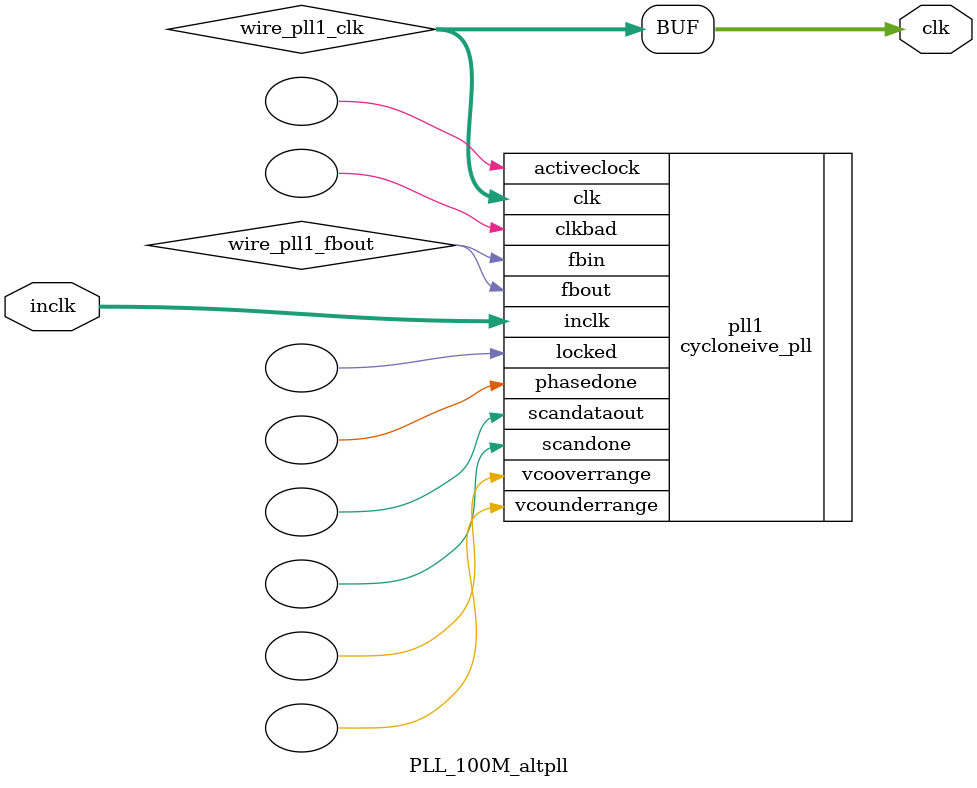
<source format=v>






//synthesis_resources = cycloneive_pll 1 
//synopsys translate_off
`timescale 1 ps / 1 ps
//synopsys translate_on
module  PLL_100M_altpll
	( 
	clk,
	inclk) /* synthesis synthesis_clearbox=1 */;
	output   [4:0]  clk;
	input   [1:0]  inclk;
`ifndef ALTERA_RESERVED_QIS
// synopsys translate_off
`endif
	tri0   [1:0]  inclk;
`ifndef ALTERA_RESERVED_QIS
// synopsys translate_on
`endif

	wire  [4:0]   wire_pll1_clk;
	wire  wire_pll1_fbout;

	cycloneive_pll   pll1
	( 
	.activeclock(),
	.clk(wire_pll1_clk),
	.clkbad(),
	.fbin(wire_pll1_fbout),
	.fbout(wire_pll1_fbout),
	.inclk(inclk),
	.locked(),
	.phasedone(),
	.scandataout(),
	.scandone(),
	.vcooverrange(),
	.vcounderrange()
	`ifndef FORMAL_VERIFICATION
	// synopsys translate_off
	`endif
	,
	.areset(1'b0),
	.clkswitch(1'b0),
	.configupdate(1'b0),
	.pfdena(1'b1),
	.phasecounterselect({3{1'b0}}),
	.phasestep(1'b0),
	.phaseupdown(1'b0),
	.scanclk(1'b0),
	.scanclkena(1'b1),
	.scandata(1'b0)
	`ifndef FORMAL_VERIFICATION
	// synopsys translate_on
	`endif
	);
	defparam
		pll1.bandwidth_type = "auto",
		pll1.clk0_divide_by = 1,
		pll1.clk0_duty_cycle = 50,
		pll1.clk0_multiply_by = 2,
		pll1.clk0_phase_shift = "0",
		pll1.compensate_clock = "clk0",
		pll1.inclk0_input_frequency = 20000,
		pll1.operation_mode = "normal",
		pll1.pll_type = "auto",
		pll1.lpm_type = "cycloneive_pll";
	assign
		clk = {wire_pll1_clk[4:0]};
endmodule //PLL_100M_altpll
//VALID FILE

</source>
